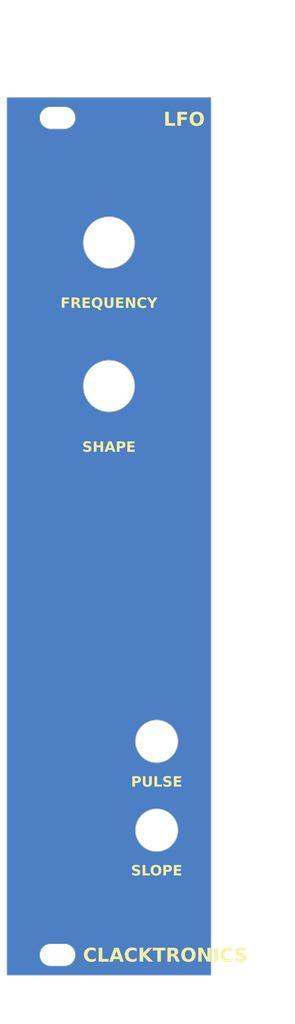
<source format=kicad_pcb>
(kicad_pcb (version 20221018) (generator pcbnew)
  (layers (0 "F.Cu" signal) (31 "B.Cu" signal) (34 "B.Paste" user) (35 "F.Paste" user) (36 "B.SilkS" user "B.Silkscreen") (37 "F.SilkS" user "F.Silkscreen") (38 "B.Mask" user) (39 "F.Mask" user) (44 "Edge.Cuts" user))
  (net 0 "")
  (gr_line (start 122.45 31.35) (end 124.45 31.35) (stroke (width 0.05)) (layer "Edge.Cuts"))
  (gr_circle (center 138 121) (end 141.1 121) (stroke (width 0.1)) (fill none) (layer "Edge.Cuts"))
  (gr_arc (start 124.45 150.65) (mid 126.05 152.25) (end 124.45 153.85) (stroke (width 0.05)) (layer "Edge.Cuts"))
  (gr_circle (center 138 134) (end 141.1 134) (stroke (width 0.1)) (fill none) (layer "Edge.Cuts"))
  (gr_line (start 124.45 150.65) (end 122.45 150.65) (stroke (width 0.05)) (layer "Edge.Cuts"))
  (gr_arc (start 122.45 31.35) (mid 120.85 29.75) (end 122.45 28.15) (stroke (width 0.05)) (layer "Edge.Cuts"))
  (gr_arc (start 124.45 28.15) (mid 126.05 29.75) (end 124.45 31.35) (stroke (width 0.05)) (layer "Edge.Cuts"))
  (gr_line (start 116 26.75) (end 146 26.75) (stroke (width 0.05)) (layer "Edge.Cuts"))
  (gr_line (start 146 155.25) (end 116 155.25) (stroke (width 0.05)) (layer "Edge.Cuts"))
  (gr_line (start 116 155.25) (end 116 26.75) (stroke (width 0.05)) (layer "Edge.Cuts"))
  (gr_line (start 122.45 153.85) (end 124.45 153.85) (stroke (width 0.05)) (layer "Edge.Cuts"))
  (gr_line (start 124.45 28.15) (end 122.45 28.15) (stroke (width 0.05)) (layer "Edge.Cuts"))
  (gr_line (start 146 26.75) (end 146 155.25) (stroke (width 0.05)) (layer "Edge.Cuts"))
  (gr_circle (center 131 69) (end 134.75 69) (stroke (width 0.1)) (fill none) (layer "Edge.Cuts"))
  (gr_arc (start 122.45 153.85) (mid 120.85 152.25) (end 122.45 150.65) (stroke (width 0.05)) (layer "Edge.Cuts"))
  (gr_circle (center 131 48) (end 134.75 48) (stroke (width 0.1)) (fill none) (layer "Edge.Cuts"))
  (gr_text "SLOPE" (at 138 140) (layer "F.SilkS") (effects (font (size 1.5 1.5))))
  (gr_text "PULSE" (at 138 127) (layer "F.SilkS") (effects (font (size 1.5 1.5))))
  (gr_text "FREQUENCY" (at 130.99 56.94) (layer "F.SilkS") (effects (font (size 1.5 1.5))))
  (gr_text "CLACKTRONICS" (at 127.18 153.58) (layer "F.SilkS") (effects (font (size 2 2) (thickness 0.2) bold) (justify left bottom)))
  (gr_text "SHAPE" (at 131 78) (layer "F.SilkS") (effects (font (size 1.5 1.5))))
  (gr_text "LFO" (at 139 31.25) (layer "F.SilkS") (effects (font (size 2 2)) (justify left bottom)))
  (zone (net 0) (net_name "") (layer "B.Cu") (connect_pads (clearance 0.508)) (min_thickness 0.25) (fill yes (thermal_gap 0.5) (thermal_bridge_width 0.5) (island_removal_mode 1) (island_area_min 10))
    (polygon (pts (xy 115 26) (xy 115.5 155.5) (xy 146.5 155.5) (xy 146.5 26)))
  )
)
</source>
